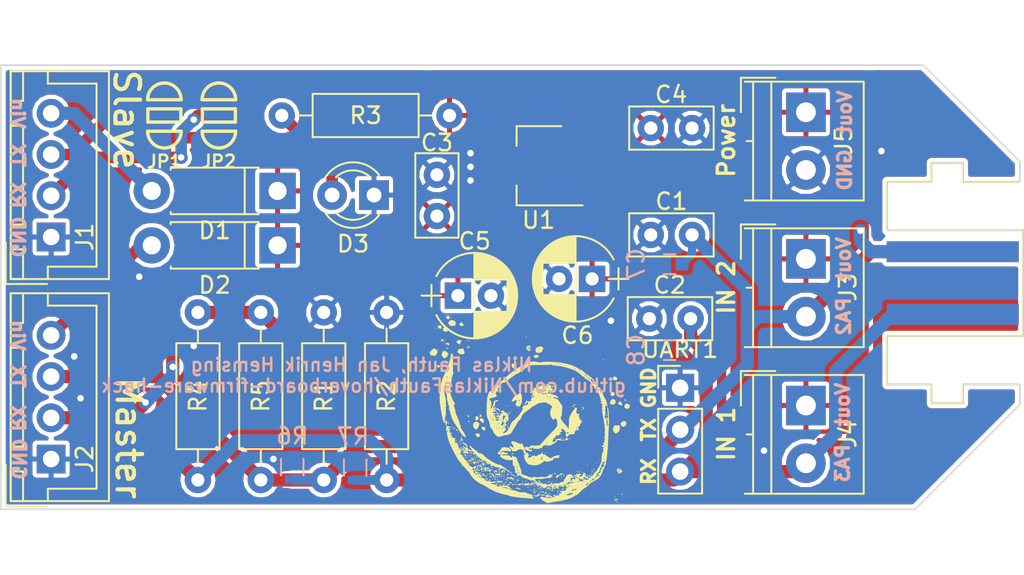
<source format=kicad_pcb>
(kicad_pcb (version 20171130) (host pcbnew "(5.0.0-rc2-dev-107-g49486b83b)")
  (layers (0 F.Cu signal) (31 B.Cu signal) (34 B.Paste user) (35 F.Paste user) (36 B.SilkS user) (37 F.SilkS user) (38 B.Mask user) (39 F.Mask user) (44 Edge.Cuts user))
  (net 0 "")
  (net 1 VCC)
  (net 2 RX)
  (net 3 GND)
  (net 4 RX.1)
  (net 5 TX.1)
  (net 6 VDD)
  (net 7 "Net-(D3-Pad2)")
  (net 8 "Net-(D2-Pad2)")
  (net 9 "Net-(D1-Pad2)")
  (net 10 TX)
  (module Resistors_THT:R_Axial_DIN0207_L6.3mm_D2.5mm_P10.16mm_Horizontal (layer F.Cu) (at 123.952 110.744 90)
    (fp_text reference R2 (at 5.08 0 90) (layer F.SilkS))
    (fp_text value R_Small)
    (pad 2 thru_hole oval (at 10.16 0 90) (size 1.6 1.6) (drill 0.8) (layers *.Cu *.Mask) (net 3 GND))
    (pad 1 thru_hole circle (at 0 0 90) (size 1.6 1.6) (drill 0.8) (layers *.Cu *.Mask) (net 2 RX))
  )
  (module Resistors_SMD:R_0603 (layer B.Cu) (at 122.047 109.994 90)
    (fp_text reference R7 (at 1.893 -0.127 180) (layer B.SilkS) (effects (justify mirror)))
    (fp_text value R_Small)
    (pad 1 smd rect (at -0.75 0 90) (size 0.5 0.9) (layers B.Cu B.Paste B.Mask) (net 2 RX))
    (pad 2 smd rect (at 0.75 0 90) (size 0.5 0.9) (layers B.Cu B.Paste B.Mask) (net 3 GND))
  )
  (module Resistors_SMD:R_0603 (layer B.Cu) (at 118.237 109.97 270)
    (fp_text reference R6 (at -1.893 0) (layer B.SilkS) (effects (justify mirror)))
    (fp_text value R_Small)
    (pad 2 smd rect (at 0.75 0 270) (size 0.5 0.9) (layers B.Cu B.Paste B.Mask) (net 10 TX))
    (pad 1 smd rect (at -0.75 0 270) (size 0.5 0.9) (layers B.Cu B.Paste B.Mask) (net 3 GND))
  )
  (module Capacitors_SMD:C_0603 (layer B.Cu) (at 141.097 97.663)
    (fp_text reference C7 (at -2.032 0 90) (layer B.SilkS) (effects (justify mirror)))
    (fp_text value C_Small)
    (pad 1 smd rect (at -0.75 0) (size 0.8 0.75) (layers B.Cu B.Paste B.Mask) (net 3 GND))
    (pad 2 smd rect (at 0.75 0) (size 0.8 0.75) (layers B.Cu B.Paste B.Mask) (net 10 TX))
  )
  (module Capacitors_SMD:C_0603 (layer B.Cu) (at 141.097 102.87 180)
    (fp_text reference C8 (at 2.032 0 270) (layer B.SilkS) (effects (justify mirror)))
    (fp_text value C_Small)
    (pad 2 smd rect (at 0.75 0 180) (size 0.8 0.75) (layers B.Cu B.Paste B.Mask) (net 3 GND))
    (pad 1 smd rect (at -0.75 0 180) (size 0.8 0.75) (layers B.Cu B.Paste B.Mask) (net 2 RX))
  )
  (module Diodes_THT:D_DO-41_SOD81_P7.62mm_Horizontal (layer F.Cu) (at 117.348 93.218 180)
    (fp_text reference D1 (at 3.81 -2.41 180) (layer F.SilkS))
    (fp_text value D)
    (pad 2 thru_hole oval (at 7.62 0 180) (size 2.2 2.2) (drill 1.1) (layers *.Cu *.Mask) (net 9 "Net-(D1-Pad2)"))
    (pad 1 thru_hole rect (at 0 0 180) (size 2.2 2.2) (drill 1.1) (layers *.Cu *.Mask) (net 6 VDD))
  )
  (module Diodes_THT:D_DO-41_SOD81_P7.62mm_Horizontal (layer F.Cu) (at 117.348 96.52 180)
    (fp_text reference D2 (at 3.81 -2.41 180) (layer F.SilkS))
    (fp_text value D)
    (pad 1 thru_hole rect (at 0 0 180) (size 2.2 2.2) (drill 1.1) (layers *.Cu *.Mask) (net 6 VDD))
    (pad 2 thru_hole oval (at 7.62 0 180) (size 2.2 2.2) (drill 1.1) (layers *.Cu *.Mask) (net 8 "Net-(D2-Pad2)"))
  )
  (module TO_SOT_Packages_SMD:SOT-89-3_Handsoldering (layer F.Cu) (at 133.604 91.694 180)
    (fp_text reference U1 (at 0.45 -3.3 180) (layer F.SilkS))
    (fp_text value L7805)
    (pad 1 smd rect (at -1.98 -1.5 90) (size 1 2.5) (layers F.Cu F.Paste F.Mask) (net 6 VDD))
    (pad 2 smd rect (at -1.98 0 90) (size 1 2.5) (layers F.Cu F.Paste F.Mask) (net 3 GND))
    (pad 3 smd rect (at -1.98 1.5 90) (size 1 2.5) (layers F.Cu F.Paste F.Mask) (net 1 VCC))
    (pad 2 smd rect (at 1.98 0 90) (size 2 4) (layers F.Cu F.Paste F.Mask) (net 3 GND))
    (pad 2 smd trapezoid (at -0.37 0 270) (size 1.5 0.75) (rect_delta 0 0.5) (layers F.Cu F.Paste F.Mask) (net 3 GND))
  )
  (module Pin_Headers:Pin_Header_Straight_1x03_Pitch2.54mm (layer F.Cu) (at 141.732 105.156)
    (fp_text reference UART1 (at 0 -2.33) (layer F.SilkS))
    (fp_text value Conn_01x03)
    (pad 1 thru_hole rect (at 0 0) (size 1.7 1.7) (drill 1) (layers *.Cu *.Mask) (net 3 GND))
    (pad 2 thru_hole oval (at 0 2.54) (size 1.7 1.7) (drill 1) (layers *.Cu *.Mask) (net 10 TX))
    (pad 3 thru_hole oval (at 0 5.08) (size 1.7 1.7) (drill 1) (layers *.Cu *.Mask) (net 2 RX))
  )
  (module Capacitors_THT:C_Disc_D5.0mm_W2.5mm_P2.50mm (layer F.Cu) (at 139.954 95.885)
    (fp_text reference C1 (at 1.25 -2.032) (layer F.SilkS))
    (fp_text value C_Small)
    (pad 1 thru_hole circle (at 0 0) (size 1.6 1.6) (drill 0.8) (layers *.Cu *.Mask) (net 3 GND))
    (pad 2 thru_hole circle (at 2.5 0) (size 1.6 1.6) (drill 0.8) (layers *.Cu *.Mask) (net 10 TX))
  )
  (module Resistors_THT:R_Axial_DIN0207_L6.3mm_D2.5mm_P10.16mm_Horizontal (layer F.Cu) (at 120.142 100.584 270)
    (fp_text reference R1 (at 5.08 0 270) (layer F.SilkS))
    (fp_text value R_Small)
    (pad 1 thru_hole circle (at 0 0 270) (size 1.6 1.6) (drill 0.8) (layers *.Cu *.Mask) (net 3 GND))
    (pad 2 thru_hole oval (at 10.16 0 270) (size 1.6 1.6) (drill 0.8) (layers *.Cu *.Mask) (net 10 TX))
  )
  (module Resistors_THT:R_Axial_DIN0207_L6.3mm_D2.5mm_P10.16mm_Horizontal (layer F.Cu) (at 117.602 88.646)
    (fp_text reference R3 (at 5.08 0) (layer F.SilkS))
    (fp_text value 220Ohm)
    (pad 1 thru_hole circle (at 0 0) (size 1.6 1.6) (drill 0.8) (layers *.Cu *.Mask) (net 7 "Net-(D3-Pad2)"))
    (pad 2 thru_hole oval (at 10.16 0) (size 1.6 1.6) (drill 0.8) (layers *.Cu *.Mask) (net 1 VCC))
  )
  (module Resistors_THT:R_Axial_DIN0207_L6.3mm_D2.5mm_P10.16mm_Horizontal (layer F.Cu) (at 112.522 100.584 270)
    (fp_text reference R4 (at 5.08 0 270) (layer F.SilkS))
    (fp_text value 3k3)
    (pad 2 thru_hole oval (at 10.16 0 270) (size 1.6 1.6) (drill 0.8) (layers *.Cu *.Mask) (net 2 RX))
    (pad 1 thru_hole circle (at 0 0 270) (size 1.6 1.6) (drill 0.8) (layers *.Cu *.Mask) (net 1 VCC))
  )
  (module Resistors_THT:R_Axial_DIN0207_L6.3mm_D2.5mm_P10.16mm_Horizontal (layer F.Cu) (at 116.332 100.584 270)
    (fp_text reference R5 (at 5.08 0 270) (layer F.SilkS))
    (fp_text value 3k3)
    (pad 1 thru_hole circle (at 0 0 270) (size 1.6 1.6) (drill 0.8) (layers *.Cu *.Mask) (net 1 VCC))
    (pad 2 thru_hole oval (at 10.16 0 270) (size 1.6 1.6) (drill 0.8) (layers *.Cu *.Mask) (net 10 TX))
  )
  (module Capacitors_THT:CP_Radial_D5.0mm_P2.00mm (layer F.Cu) (at 128.27 99.568)
    (fp_text reference C5 (at 1.016 -3.302) (layer F.SilkS))
    (fp_text value 22uF)
    (pad 2 thru_hole circle (at 2 0) (size 1.6 1.6) (drill 0.8) (layers *.Cu *.Mask) (net 3 GND))
    (pad 1 thru_hole rect (at 0 0) (size 1.6 1.6) (drill 0.8) (layers *.Cu *.Mask) (net 6 VDD))
  )
  (module Capacitors_THT:CP_Radial_D5.0mm_P2.00mm (layer F.Cu) (at 136.398 98.552 180)
    (fp_text reference C6 (at 0.889 -3.429 180) (layer F.SilkS))
    (fp_text value 22uF)
    (pad 1 thru_hole rect (at 0 0 180) (size 1.6 1.6) (drill 0.8) (layers *.Cu *.Mask) (net 1 VCC))
    (pad 2 thru_hole circle (at 2 0 180) (size 1.6 1.6) (drill 0.8) (layers *.Cu *.Mask) (net 3 GND))
  )
  (module Capacitors_THT:C_Disc_D5.0mm_W2.5mm_P2.50mm (layer F.Cu) (at 142.367 100.965 180)
    (fp_text reference C2 (at 1.27 2.032 180) (layer F.SilkS))
    (fp_text value C_Small)
    (pad 2 thru_hole circle (at 2.5 0 180) (size 1.6 1.6) (drill 0.8) (layers *.Cu *.Mask) (net 3 GND))
    (pad 1 thru_hole circle (at 0 0 180) (size 1.6 1.6) (drill 0.8) (layers *.Cu *.Mask) (net 2 RX))
  )
  (module Capacitors_THT:C_Disc_D5.0mm_W2.5mm_P2.50mm (layer F.Cu) (at 127 94.742 90)
    (fp_text reference C3 (at 4.445 0 180) (layer F.SilkS))
    (fp_text value 1uF)
    (pad 1 thru_hole circle (at 0 0 90) (size 1.6 1.6) (drill 0.8) (layers *.Cu *.Mask) (net 6 VDD))
    (pad 2 thru_hole circle (at 2.5 0 90) (size 1.6 1.6) (drill 0.8) (layers *.Cu *.Mask) (net 3 GND))
  )
  (module Capacitors_THT:C_Disc_D5.0mm_W2.5mm_P2.50mm (layer F.Cu) (at 139.954 89.408)
    (fp_text reference C4 (at 1.23 -2.032) (layer F.SilkS))
    (fp_text value 1uF)
    (pad 2 thru_hole circle (at 2.5 0) (size 1.6 1.6) (drill 0.8) (layers *.Cu *.Mask) (net 3 GND))
    (pad 1 thru_hole circle (at 0 0) (size 1.6 1.6) (drill 0.8) (layers *.Cu *.Mask) (net 1 VCC))
  )
  (module Connectors_JST:JST_XH_B04B-XH-A_04x2.50mm_Straight (layer F.Cu) (at 103.632 96.012 90)
    (fp_text reference J1 (at 0 2.032 90) (layer F.SilkS))
    (fp_text value Conn_01x04)
    (pad 4 thru_hole circle (at 7.5 0 90) (size 1.75 1.75) (drill 1) (layers *.Cu *.Mask) (net 9 "Net-(D1-Pad2)"))
    (pad 3 thru_hole circle (at 5 0 90) (size 1.75 1.75) (drill 1) (layers *.Cu *.Mask) (net 5 TX.1))
    (pad 2 thru_hole circle (at 2.5 0 90) (size 1.75 1.75) (drill 1) (layers *.Cu *.Mask) (net 4 RX.1))
    (pad 1 thru_hole rect (at 0 0 90) (size 1.75 1.75) (drill 1) (layers *.Cu *.Mask) (net 3 GND))
  )
  (module Connectors_JST:JST_XH_B04B-XH-A_04x2.50mm_Straight (layer F.Cu) (at 103.632 109.474 90)
    (fp_text reference J2 (at 0 2.032 90) (layer F.SilkS))
    (fp_text value Conn_01x04)
    (pad 1 thru_hole rect (at 0 0 90) (size 1.75 1.75) (drill 1) (layers *.Cu *.Mask) (net 3 GND))
    (pad 2 thru_hole circle (at 2.5 0 90) (size 1.75 1.75) (drill 1) (layers *.Cu *.Mask) (net 2 RX))
    (pad 3 thru_hole circle (at 5 0 90) (size 1.75 1.75) (drill 1) (layers *.Cu *.Mask) (net 10 TX))
    (pad 4 thru_hole circle (at 7.5 0 90) (size 1.75 1.75) (drill 1) (layers *.Cu *.Mask) (net 8 "Net-(D2-Pad2)"))
  )
  (module Connectors_Terminal_Blocks:TerminalBlock_4UCON_19963_02x3.5mm_Straight (layer F.Cu) (at 149.352 106.228 270)
    (fp_text reference J4 (at 1.722 -2.54 270) (layer F.SilkS))
    (fp_text value Screw_Terminal_01x02)
    (pad 1 thru_hole rect (at 0 0 270) (size 2.4 2.4) (drill 1.2) (layers *.Cu *.Mask) (net 1 VCC))
    (pad 2 thru_hole circle (at 3.5 0 270) (size 2.4 2.4) (drill 1.2) (layers *.Cu *.Mask) (net 2 RX))
  )
  (module Connectors_Terminal_Blocks:TerminalBlock_4UCON_19963_02x3.5mm_Straight (layer F.Cu) (at 149.352 88.448 270)
    (fp_text reference J5 (at 1.722 -2.286 270) (layer F.SilkS))
    (fp_text value Screw_Terminal_01x02)
    (pad 2 thru_hole circle (at 3.5 0 270) (size 2.4 2.4) (drill 1.2) (layers *.Cu *.Mask) (net 3 GND))
    (pad 1 thru_hole rect (at 0 0 270) (size 2.4 2.4) (drill 1.2) (layers *.Cu *.Mask) (net 1 VCC))
  )
  (module Connectors_Terminal_Blocks:TerminalBlock_4UCON_19963_02x3.5mm_Straight (layer F.Cu) (at 149.352 97.338 270)
    (fp_text reference J3 (at 1.722 -2.54 270) (layer F.SilkS))
    (fp_text value Screw_Terminal_01x02)
    (pad 1 thru_hole rect (at 0 0 270) (size 2.4 2.4) (drill 1.2) (layers *.Cu *.Mask) (net 1 VCC))
    (pad 2 thru_hole circle (at 3.5 0 270) (size 2.4 2.4) (drill 1.2) (layers *.Cu *.Mask) (net 10 TX))
  )
  (module LEDs:LED_D3.0mm (layer F.Cu) (at 123.19 93.472 180)
    (fp_text reference D3 (at 1.27 -2.96 180) (layer F.SilkS))
    (fp_text value LED)
    (pad 1 thru_hole rect (at 0 0 180) (size 1.8 1.8) (drill 0.9) (layers *.Cu *.Mask) (net 3 GND))
    (pad 2 thru_hole circle (at 2.54 0 180) (size 1.8 1.8) (drill 0.9) (layers *.Cu *.Mask) (net 7 "Net-(D3-Pad2)"))
  )
  (module jumper:SOLDER-JUMPER_2-WAY (layer F.Cu) (at 110.49 88.646 90)
    (fp_text reference JP1 (at -2.794 0) (layer F.SilkS) (effects (font (size 0.762 0.762) (thickness 0.1524))))
    (fp_text value Jumper_NC_Dual hide)
    (pad 2 smd rect (at 0 0 90) (size 1 1) (layers F.Cu F.Paste F.Mask) (net 5 TX.1))
    (pad 3 smd rect (at 1.35 0 90) (size 1 1) (layers F.Cu F.Paste F.Mask) (net 2 RX))
    (pad 1 smd rect (at -1.35 0 90) (size 1 1) (layers F.Cu F.Paste F.Mask) (net 10 TX))
  )
  (module jumper:SOLDER-JUMPER_2-WAY (layer F.Cu) (at 113.792 88.646 90)
    (fp_text reference JP2 (at -2.794 0) (layer F.SilkS) (effects (font (size 0.762 0.762) (thickness 0.1524))))
    (fp_text value Jumper_NC_Dual hide)
    (pad 1 smd rect (at -1.35 0 90) (size 1 1) (layers F.Cu F.Paste F.Mask) (net 10 TX))
    (pad 3 smd rect (at 1.35 0 90) (size 1 1) (layers F.Cu F.Paste F.Mask) (net 2 RX))
    (pad 2 smd rect (at 0 0 90) (size 1 1) (layers F.Cu F.Paste F.Mask) (net 4 RX.1))
  )
  (module otter:NUNCHUCK (layer F.Cu) (at 158.242 98.806 90)
    (fp_text reference J6 hide)
    (fp_text value Conn_01x04 hide)
    (pad 3 smd rect (at 1.9 0 90) (size 1.27 8) (layers B.Cu B.Paste B.Mask) (net 1 VCC))
    (pad 4 smd rect (at -1.9 0 90) (size 1.27 8) (layers B.Cu B.Paste B.Mask) (net 2 RX))
    (pad 2 smd rect (at 1.9 0 90) (size 1.27 8) (layers F.Cu F.Paste F.Mask) (net 10 TX))
    (pad 1 smd rect (at -1.9 0 90) (size 1.27 8) (layers F.Cu F.Paste F.Mask) (net 3 GND))
  )
  (module otterimage:otterimage_crop_13 (layer F.Cu) (at 132.715 106.299)
    (fp_text reference G*** hide)
    (fp_text value LOGO hide)
  )
  (gr_text github.com/NiklasFauth/hoverboard-firmware-hack (at 122.555 105.029) (layer B.SilkS) (effects (font (size 0.8 0.8)) (justify mirror)))
  (gr_text "Niklas Fauth, Jan Henrik Hemsing" (at 122.428 103.759) (layer B.SilkS) (effects (font (size 0.8 0.8)) (justify mirror)))
  (gr_text PA3 (at 151.5745 109.728 90) (layer B.SilkS) (effects (font (size 0.8 0.8) (thickness 0.2)) (justify mirror)))
  (gr_text PA2 (at 151.638 100.838 90) (layer B.SilkS) (effects (font (size 0.8 0.8) (thickness 0.2)) (justify mirror)))
  (gr_text RX (at 139.827 110.236 90) (layer F.SilkS) (effects (font (size 0.8 0.8) (thickness 0.2))))
  (gr_text TX (at 139.827 107.696 90) (layer F.SilkS) (effects (font (size 0.8 0.8) (thickness 0.2))))
  (gr_text GND (at 139.827 105.156 90) (layer F.SilkS) (effects (font (size 0.8 0.8) (thickness 0.2))))
  (gr_text RX (at 101.6 106.9975 270) (layer B.SilkS) (effects (font (size 0.8 0.8) (thickness 0.2)) (justify mirror)))
  (gr_text TX (at 101.6 104.4575 270) (layer B.SilkS) (effects (font (size 0.8 0.8) (thickness 0.2)) (justify mirror)))
  (gr_text RX (at 101.6 93.472 270) (layer B.SilkS) (effects (font (size 0.8 0.8) (thickness 0.2)) (justify mirror)))
  (gr_text TX (at 101.6 91.059 270) (layer B.SilkS) (effects (font (size 0.8 0.8) (thickness 0.2)) (justify mirror)))
  (gr_text Vout (at 151.5745 106.172 90) (layer B.SilkS) (effects (font (size 0.8 0.8) (thickness 0.2)) (justify mirror)))
  (gr_text Vout (at 151.638 97.3455 90) (layer B.SilkS) (effects (font (size 0.8 0.8) (thickness 0.2)) (justify mirror)))
  (gr_text Vout (at 151.7015 88.4555 90) (layer B.SilkS) (effects (font (size 0.8 0.8) (thickness 0.2)) (justify mirror)))
  (gr_text GND (at 151.7015 91.948 90) (layer B.SilkS) (effects (font (size 0.8 0.8) (thickness 0.2)) (justify mirror)))
  (gr_text GND (at 101.6 96.012 270) (layer B.SilkS) (effects (font (size 0.8 0.8) (thickness 0.2)) (justify mirror)))
  (gr_text GND (at 101.6635 109.474 270) (layer B.SilkS) (effects (font (size 0.8 0.8) (thickness 0.2)) (justify mirror)))
  (gr_text Vin (at 101.6 88.519 270) (layer B.SilkS) (effects (font (size 0.8 0.8) (thickness 0.2)) (justify mirror)))
  (gr_text Vin (at 101.6 101.981 270) (layer B.SilkS) (effects (font (size 0.8 0.8) (thickness 0.2)) (justify mirror)))
  (gr_text "IN 2" (at 144.526 99.06 90) (layer F.SilkS) (effects (font (size 1 1) (thickness 0.2))))
  (gr_text "IN 1" (at 144.526 107.95 90) (layer F.SilkS) (effects (font (size 1 1) (thickness 0.2))))
  (gr_text Power (at 144.526 90.17 90) (layer F.SilkS) (effects (font (size 1 1) (thickness 0.2))))
  (gr_text Slave (at 108.204 88.9 270) (layer F.SilkS) (effects (font (size 1.5 1.5) (thickness 0.25))))
  (gr_text Master (at 108.331 108.204 270) (layer F.SilkS) (effects (font (size 1.5 1.5) (thickness 0.25))))
  (gr_line (start 162.306 91.44) (end 162.306 92.6592) (layer Edge.Cuts) (width 0.1))
  (gr_line (start 158.877 92.6592) (end 162.306 92.6592) (layer Edge.Cuts) (width 0.1))
  (gr_line (start 158.877 91.5162) (end 158.877 92.6592) (layer Edge.Cuts) (width 0.1))
  (gr_line (start 156.972 91.5162) (end 158.877 91.5162) (layer Edge.Cuts) (width 0.1))
  (gr_line (start 156.972 92.6592) (end 156.972 91.5162) (layer Edge.Cuts) (width 0.1))
  (gr_line (start 154.2796 92.6592) (end 156.972 92.6592) (layer Edge.Cuts) (width 0.1))
  (gr_line (start 154.2796 95.6056) (end 154.2796 92.6592) (layer Edge.Cuts) (width 0.1))
  (gr_line (start 162.5092 95.6056) (end 154.2796 95.6056) (layer Edge.Cuts) (width 0.1))
  (gr_line (start 162.5092 102.0064) (end 162.5092 95.6056) (layer Edge.Cuts) (width 0.1))
  (gr_line (start 154.2796 102.0064) (end 162.5092 102.0064) (layer Edge.Cuts) (width 0.1))
  (gr_line (start 154.2796 104.9528) (end 154.2796 102.0064) (layer Edge.Cuts) (width 0.1))
  (gr_line (start 156.972 104.9528) (end 154.2796 104.9528) (layer Edge.Cuts) (width 0.1))
  (gr_line (start 156.972 106.0958) (end 156.972 104.9528) (layer Edge.Cuts) (width 0.1))
  (gr_line (start 158.877 106.0958) (end 156.972 106.0958) (layer Edge.Cuts) (width 0.1))
  (gr_line (start 158.877 104.9528) (end 158.877 106.0958) (layer Edge.Cuts) (width 0.1))
  (gr_line (start 162.306 104.9528) (end 158.877 104.9528) (layer Edge.Cuts) (width 0.1))
  (gr_line (start 162.306 106.172) (end 162.306 104.9528) (layer Edge.Cuts) (width 0.1))
  (gr_line (start 162.306 91.44) (end 156.464 85.598) (layer Edge.Cuts) (width 0.1))
  (gr_line (start 162.306 106.172) (end 155.956 112.522) (layer Edge.Cuts) (width 0.1))
  (gr_line (start 100.584 85.598) (end 100.584 112.522) (layer Edge.Cuts) (width 0.1))
  (gr_line (start 155.956 112.522) (end 100.584 112.522) (layer Edge.Cuts) (width 0.1))
  (gr_line (start 156.464 85.598) (end 100.584 85.598) (layer Edge.Cuts) (width 0.1))
  (segment (start 153.294 96.906) (end 152.654 96.266) (width 0.8) (layer B.Cu) (net 1))
  (segment (start 158.2674 96.906) (end 153.294 96.906) (width 0.8) (layer B.Cu) (net 1))
  (segment (start 152.654 96.266) (end 152.654 95.631) (width 0.8) (layer B.Cu) (net 1))
  (via (at 152.654 95.631) (size 0.8) (drill 0.4) (layers F.Cu B.Cu) (net 1))
  (segment (start 117.732001 101.984001) (end 130.425999 101.984001) (width 0.8) (layer F.Cu) (net 1))
  (segment (start 116.332 100.584) (end 117.732001 101.984001) (width 0.8) (layer F.Cu) (net 1))
  (segment (start 130.425999 101.984001) (end 132.842 99.568) (width 0.8) (layer F.Cu) (net 1))
  (segment (start 112.522 100.584) (end 116.332 100.584) (width 0.8) (layer F.Cu) (net 1))
  (segment (start 122.047 110.744) (end 123.952 110.744) (width 0.6) (layer B.Cu) (net 2))
  (segment (start 123.952 110.744) (end 123.952 109.368998) (width 0.8) (layer B.Cu) (net 2))
  (segment (start 123.952 109.368998) (end 122.953001 108.369999) (width 0.8) (layer B.Cu) (net 2))
  (segment (start 122.953001 108.369999) (end 114.896001 108.369999) (width 0.8) (layer B.Cu) (net 2))
  (segment (start 114.896001 108.369999) (end 113.321999 109.944001) (width 0.8) (layer B.Cu) (net 2))
  (segment (start 113.321999 109.944001) (end 112.522 110.744) (width 0.8) (layer B.Cu) (net 2))
  (segment (start 108.752 106.974) (end 108.752 106.64) (width 0.8) (layer F.Cu) (net 2))
  (segment (start 108.752 106.64) (end 109.347 106.045) (width 0.8) (layer F.Cu) (net 2))
  (segment (start 109.855 105.537) (end 109.347 106.045) (width 0.8) (layer B.Cu) (net 2))
  (via (at 109.347 106.045) (size 0.8) (drill 0.4) (layers F.Cu B.Cu) (net 2))
  (segment (start 110.998 104.394) (end 109.855 105.537) (width 0.8) (layer B.Cu) (net 2))
  (segment (start 142.367 100.965) (end 142.367 102.35) (width 0.5) (layer B.Cu) (net 2))
  (segment (start 142.367 102.35) (end 141.847 102.87) (width 0.5) (layer B.Cu) (net 2))
  (segment (start 113.792 87.296) (end 110.49 87.296) (width 0.7) (layer F.Cu) (net 2))
  (segment (start 143.309001 103.038371) (end 143.309001 108.785999) (width 0.8) (layer F.Cu) (net 2))
  (segment (start 143.309001 108.785999) (end 141.859 110.236) (width 0.8) (layer F.Cu) (net 2))
  (segment (start 141.859 110.236) (end 148.844 110.236) (width 0.8) (layer F.Cu) (net 2))
  (segment (start 148.844 110.236) (end 149.352 109.728) (width 0.8) (layer F.Cu) (net 2))
  (segment (start 123.952 110.744) (end 141.351 110.744) (width 0.8) (layer F.Cu) (net 2))
  (segment (start 141.351 110.744) (end 141.859 110.236) (width 0.8) (layer F.Cu) (net 2))
  (segment (start 142.367 100.965) (end 142.367 102.09637) (width 0.8) (layer F.Cu) (net 2))
  (segment (start 142.367 102.09637) (end 143.309001 103.038371) (width 0.8) (layer F.Cu) (net 2))
  (segment (start 154.58438 100.706) (end 151.152001 104.138379) (width 0.8) (layer B.Cu) (net 2))
  (segment (start 114.892001 95.546999) (end 114.892001 87.665999) (width 0.8) (layer F.Cu) (net 2))
  (segment (start 111.006613 99.449613) (end 110.998 99.441) (width 0.8) (layer F.Cu) (net 2))
  (segment (start 110.998 103.886) (end 110.998 99.458226) (width 0.8) (layer F.Cu) (net 2))
  (segment (start 114.892001 95.546999) (end 111.006613 99.449613) (width 0.8) (layer F.Cu) (net 2))
  (segment (start 110.998 99.458226) (end 111.006613 99.449613) (width 0.8) (layer F.Cu) (net 2))
  (segment (start 110.998 103.886) (end 110.998 104.394) (width 0.8) (layer B.Cu) (net 2))
  (via (at 110.998 103.886) (size 0.8) (drill 0.4) (layers F.Cu B.Cu) (net 2))
  (segment (start 114.522002 87.296) (end 114.892001 87.665999) (width 0.8) (layer F.Cu) (net 2))
  (segment (start 113.792 87.296) (end 114.522002 87.296) (width 0.8) (layer F.Cu) (net 2))
  (segment (start 112.522 110.744) (end 108.752 106.974) (width 0.8) (layer F.Cu) (net 2))
  (segment (start 108.752 106.974) (end 103.632 106.974) (width 0.8) (layer F.Cu) (net 2))
  (segment (start 158.2674 100.706) (end 154.58438 100.706) (width 0.8) (layer B.Cu) (net 2))
  (segment (start 151.152001 104.138379) (end 151.152001 107.927999) (width 0.8) (layer B.Cu) (net 2))
  (segment (start 151.152001 107.927999) (end 150.551999 108.528001) (width 0.8) (layer B.Cu) (net 2))
  (segment (start 150.551999 108.528001) (end 149.352 109.728) (width 0.8) (layer B.Cu) (net 2))
  (via (at 117.094 109.474) (size 0.8) (drill 0.4) (layers F.Cu B.Cu) (net 3))
  (segment (start 113.792 89.996) (end 113.792 95.232774) (width 0.8) (layer F.Cu) (net 10))
  (segment (start 113.792 95.232774) (end 109.997992 99.026782) (width 0.8) (layer F.Cu) (net 10))
  (segment (start 109.997992 99.026782) (end 109.997992 104.409992) (width 0.8) (layer F.Cu) (net 10))
  (segment (start 109.997992 104.409992) (end 110.062 104.474) (width 0.8) (layer F.Cu) (net 10))
  (segment (start 110.062 104.474) (end 103.632 104.474) (width 0.8) (layer F.Cu) (net 10))
  (segment (start 118.237 110.72) (end 120.118 110.72) (width 0.6) (layer B.Cu) (net 10))
  (segment (start 120.118 110.72) (end 120.142 110.744) (width 0.6) (layer B.Cu) (net 10))
  (segment (start 142.454 95.885) (end 142.454 97.056) (width 0.5) (layer B.Cu) (net 10))
  (segment (start 142.454 97.056) (end 141.847 97.663) (width 0.5) (layer B.Cu) (net 10))
  (segment (start 110.49 89.996) (end 113.792 89.996) (width 0.7) (layer F.Cu) (net 10))
  (segment (start 145.796 101.473) (end 145.796 103.124) (width 0.8) (layer B.Cu) (net 10))
  (segment (start 145.796 99.227) (end 145.796 101.473) (width 0.8) (layer B.Cu) (net 10))
  (segment (start 149.352 100.838) (end 146.431 100.838) (width 0.8) (layer B.Cu) (net 10))
  (segment (start 146.431 100.838) (end 145.796 101.473) (width 0.8) (layer B.Cu) (net 10))
  (segment (start 141.859 107.696) (end 145.796 103.759) (width 0.8) (layer B.Cu) (net 10))
  (segment (start 145.796 103.759) (end 145.796 103.124) (width 0.8) (layer B.Cu) (net 10))
  (segment (start 138.684 108.712) (end 140.843 108.712) (width 0.8) (layer F.Cu) (net 10))
  (segment (start 140.843 108.712) (end 141.859 107.696) (width 0.8) (layer F.Cu) (net 10))
  (segment (start 142.454 95.885) (end 145.796 99.227) (width 0.8) (layer B.Cu) (net 10))
  (segment (start 122.174 108.712) (end 138.684 108.712) (width 0.8) (layer F.Cu) (net 10))
  (segment (start 120.142 110.744) (end 122.174 108.712) (width 0.8) (layer F.Cu) (net 10))
  (segment (start 138.684 108.712) (end 138.69999 108.72799) (width 0.8) (layer F.Cu) (net 10))
  (segment (start 158.2674 96.906) (end 153.284 96.906) (width 0.8) (layer F.Cu) (net 10))
  (segment (start 153.284 96.906) (end 149.352 100.838) (width 0.8) (layer F.Cu) (net 10))
  (segment (start 110.062 104.474) (end 116.332 110.744) (width 0.8) (layer F.Cu) (net 10))
  (segment (start 120.142 110.744) (end 116.332 110.744) (width 0.8) (layer F.Cu) (net 10))
  (segment (start 142.026 100.838) (end 141.986 100.798) (width 0.8) (layer B.Cu) (net 2))
  (segment (start 149.484 100.706) (end 149.352 100.838) (width 0.8) (layer F.Cu) (net 10))
  (via (at 146.812 108.966) (size 0.8) (drill 0.4) (layers F.Cu B.Cu) (net 3))
  (via (at 129.032 92.583) (size 0.8) (drill 0.4) (layers F.Cu B.Cu) (net 3))
  (via (at 129.032 91.7575) (size 0.8) (drill 0.4) (layers F.Cu B.Cu) (net 3))
  (via (at 129.032 90.932) (size 0.8) (drill 0.4) (layers F.Cu B.Cu) (net 3))
  (via (at 153.924 90.805) (size 0.8) (drill 0.4) (layers F.Cu B.Cu) (net 3))
  (via (at 105.41 105.791) (size 0.8) (drill 0.4) (layers F.Cu B.Cu) (net 3))
  (via (at 105.029 103.251) (size 0.8) (drill 0.4) (layers F.Cu B.Cu) (net 3))
  (via (at 108.966 98.425) (size 0.8) (drill 0.4) (layers F.Cu B.Cu) (net 3))
  (via (at 112.268 102.616) (size 0.8) (drill 0.4) (layers F.Cu B.Cu) (net 3))
  (via (at 137.541 101.092) (size 0.8) (drill 0.4) (layers F.Cu B.Cu) (net 3))
  (segment (start 113.792 88.646) (end 112.522 88.646) (width 0.7) (layer F.Cu) (net 4))
  (segment (start 112.522 88.646) (end 112.268 88.9) (width 0.7) (layer F.Cu) (net 4))
  (segment (start 111.506 89.662) (end 112.268 88.9) (width 0.7) (layer B.Cu) (net 4))
  (segment (start 111.506 91.186) (end 111.506 89.662) (width 0.7) (layer B.Cu) (net 4))
  (via (at 112.268 88.9) (size 0.8) (drill 0.4) (layers F.Cu B.Cu) (net 4))
  (segment (start 106.510806 91.186) (end 111.506 91.186) (width 0.7) (layer F.Cu) (net 4))
  (via (at 111.506 91.186) (size 0.8) (drill 0.4) (layers F.Cu B.Cu) (net 4))
  (segment (start 104.720999 92.637001) (end 105.059805 92.637001) (width 0.7) (layer F.Cu) (net 4))
  (segment (start 105.059805 92.637001) (end 106.510806 91.186) (width 0.7) (layer F.Cu) (net 4))
  (segment (start 103.632 93.512) (end 104.506999 92.637001) (width 0.7) (layer F.Cu) (net 4))
  (segment (start 104.506999 92.637001) (end 104.720999 92.637001) (width 0.7) (layer F.Cu) (net 4))
  (segment (start 108.782 88.646) (end 110.49 88.646) (width 0.7) (layer F.Cu) (net 5))
  (segment (start 103.632 91.012) (end 104.869436 91.012) (width 0.7) (layer F.Cu) (net 5))
  (segment (start 104.869436 91.012) (end 107.235436 88.646) (width 0.7) (layer F.Cu) (net 5))
  (segment (start 107.235436 88.646) (end 108.782 88.646) (width 0.7) (layer F.Cu) (net 5))
  (segment (start 120.65 93.472) (end 120.65 91.694) (width 0.7) (layer F.Cu) (net 7))
  (segment (start 120.65 91.694) (end 117.602 88.646) (width 0.7) (layer F.Cu) (net 7))
  (segment (start 103.632 101.974) (end 109.086 96.52) (width 0.7) (layer F.Cu) (net 8))
  (segment (start 109.086 96.52) (end 109.728 96.52) (width 0.7) (layer F.Cu) (net 8))
  (segment (start 103.632 88.512) (end 105.022 88.512) (width 0.8) (layer B.Cu) (net 9))
  (segment (start 105.022 88.512) (end 109.728 93.218) (width 0.8) (layer B.Cu) (net 9))
  (zone (net 1) (net_name VCC) (layer F.Cu) (priority 1) (connect_pads thru_hole_only (clearance 0.254)) (min_thickness 0.254) (fill yes (arc_segments 16) (thermal_gap 0.254) (thermal_bridge_width 0.3))
    (polygon (pts (xy 137.033 91.186) (xy 136.779 90.932) (xy 134.366 90.932) (xy 133.731 90.17) (xy 127 90.17) (xy 126.492 89.662) (xy 126.492 86.106) (xy 127 85.598) (xy 152.654 85.598) (xy 153.162 86.106) (xy 153.162 107.442) (xy 152.654 107.95) (xy 145.288 107.95) (xy 144.78 107.442) (xy 144.78 100.584) (xy 144.272 100.076) (xy 132.842 100.076) (xy 132.334 99.568) (xy 132.334 94.615) (xy 132.461 94.361) (xy 136.779 94.361) (xy 137.033 94.107)))
  )
  (zone (net 3) (net_name GND) (layer B.Cu) (connect_pads thru_hole_only (clearance 0.254)) (min_thickness 0.254) (fill yes (arc_segments 16) (thermal_gap 0.254) (thermal_bridge_width 0.3))
    (polygon (pts (xy 100.584 85.598) (xy 100.584 112.522) (xy 162.56 112.522) (xy 162.56 85.598)))
  )
  (zone (net 6) (net_name VDD) (layer F.Cu) (priority 2) (connect_pads thru_hole_only (clearance 0.254)) (min_thickness 0.254) (fill yes (arc_segments 16) (thermal_gap 0.254) (thermal_bridge_width 0.3))
    (polygon (pts (xy 116.332 91.313) (xy 119.126 91.313) (xy 119.38 91.567) (xy 119.38 92.964) (xy 119.634 93.218) (xy 133.604 93.345) (xy 134.366 92.583) (xy 136.779 92.583) (xy 137.033 92.837) (xy 137.033 94.107) (xy 136.779 94.361) (xy 132.461 94.361) (xy 132.08 94.869) (xy 132.08 100.457) (xy 131.699 100.711) (xy 116.459 100.711) (xy 116.078 100.33) (xy 116.078 91.567)))
  )
  (zone (net 3) (net_name GND) (layer F.Cu) (connect_pads thru_hole_only (clearance 0.254)) (min_thickness 0.254) (fill yes (arc_segments 16) (thermal_gap 0.254) (thermal_bridge_width 0.3))
    (polygon (pts (xy 100.584 85.598) (xy 100.584 112.522) (xy 162.56 112.522) (xy 162.56 85.725) (xy 162.56 85.598)))
  )
)
</source>
